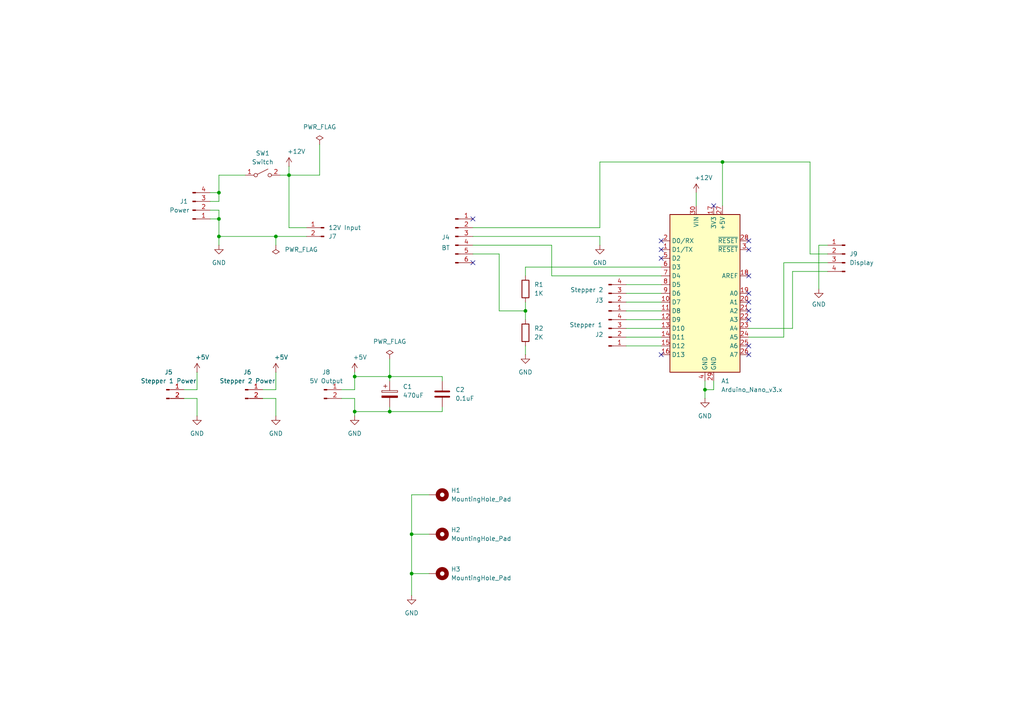
<source format=kicad_sch>
(kicad_sch (version 20250114) (generator "eeschema") (generator_version "9.0")
  (paper "A4")
  (title_block (title "Differential Pan Tilt Controller") (date "2025-10-31") (rev "1") (company "Minmin Gong"))
  (lib_symbols
    (symbol "Connector:Conn_01x02_Pin" (pin_names (offset 1.016) (hide yes))
      (property "Reference" "J" (at 0 2.54 0))
      (property "Value" "Conn_01x02_Pin" (at 0 -5.08 0))
      (symbol "Conn_01x02_Pin_1_1"
        (rectangle (start 0.8636 0.127) (end 0 -0.127) (stroke (width 0.1524)) (fill (type outline)))
        (rectangle (start 0.8636 -2.413) (end 0 -2.667) (stroke (width 0.1524)) (fill (type outline)))
        (polyline (pts (xy 1.27 0) (xy 0.8636 0)) (stroke (width 0.1524)))
        (polyline (pts (xy 1.27 -2.54) (xy 0.8636 -2.54)) (stroke (width 0.1524)))
        (pin passive line (at 5.08 0 180) (length 3.81) (name "Pin_1") (number "1"))
        (pin passive line (at 5.08 -2.54 180) (length 3.81) (name "Pin_2") (number "2"))
      )
    )
    (symbol "Connector:Conn_01x04_Pin" (pin_names (offset 1.016) (hide yes))
      (property "Reference" "J" (at 0 5.08 0))
      (property "Value" "Conn_01x04_Pin" (at 0 -7.62 0))
      (symbol "Conn_01x04_Pin_1_1"
        (rectangle (start 0.8636 2.667) (end 0 2.413) (stroke (width 0.1524)) (fill (type outline)))
        (rectangle (start 0.8636 0.127) (end 0 -0.127) (stroke (width 0.1524)) (fill (type outline)))
        (rectangle (start 0.8636 -2.413) (end 0 -2.667) (stroke (width 0.1524)) (fill (type outline)))
        (rectangle (start 0.8636 -4.953) (end 0 -5.207) (stroke (width 0.1524)) (fill (type outline)))
        (polyline (pts (xy 1.27 2.54) (xy 0.8636 2.54)) (stroke (width 0.1524)))
        (polyline (pts (xy 1.27 0) (xy 0.8636 0)) (stroke (width 0.1524)))
        (polyline (pts (xy 1.27 -2.54) (xy 0.8636 -2.54)) (stroke (width 0.1524)))
        (polyline (pts (xy 1.27 -5.08) (xy 0.8636 -5.08)) (stroke (width 0.1524)))
        (pin passive line (at 5.08 2.54 180) (length 3.81) (name "Pin_1") (number "1"))
        (pin passive line (at 5.08 0 180) (length 3.81) (name "Pin_2") (number "2"))
        (pin passive line (at 5.08 -2.54 180) (length 3.81) (name "Pin_3") (number "3"))
        (pin passive line (at 5.08 -5.08 180) (length 3.81) (name "Pin_4") (number "4"))
      )
    )
    (symbol "Connector:Conn_01x06_Pin" (pin_names (offset 1.016) (hide yes))
      (property "Reference" "J" (at 0 7.62 0))
      (property "Value" "Conn_01x06_Pin" (at 0 -10.16 0))
      (symbol "Conn_01x06_Pin_1_1"
        (rectangle (start 0.8636 5.207) (end 0 4.953) (stroke (width 0.1524)) (fill (type outline)))
        (rectangle (start 0.8636 2.667) (end 0 2.413) (stroke (width 0.1524)) (fill (type outline)))
        (rectangle (start 0.8636 0.127) (end 0 -0.127) (stroke (width 0.1524)) (fill (type outline)))
        (rectangle (start 0.8636 -2.413) (end 0 -2.667) (stroke (width 0.1524)) (fill (type outline)))
        (rectangle (start 0.8636 -4.953) (end 0 -5.207) (stroke (width 0.1524)) (fill (type outline)))
        (rectangle (start 0.8636 -7.493) (end 0 -7.747) (stroke (width 0.1524)) (fill (type outline)))
        (polyline (pts (xy 1.27 5.08) (xy 0.8636 5.08)) (stroke (width 0.1524)))
        (polyline (pts (xy 1.27 2.54) (xy 0.8636 2.54)) (stroke (width 0.1524)))
        (polyline (pts (xy 1.27 0) (xy 0.8636 0)) (stroke (width 0.1524)))
        (polyline (pts (xy 1.27 -2.54) (xy 0.8636 -2.54)) (stroke (width 0.1524)))
        (polyline (pts (xy 1.27 -5.08) (xy 0.8636 -5.08)) (stroke (width 0.1524)))
        (polyline (pts (xy 1.27 -7.62) (xy 0.8636 -7.62)) (stroke (width 0.1524)))
        (pin passive line (at 5.08 5.08 180) (length 3.81) (name "Pin_1") (number "1"))
        (pin passive line (at 5.08 2.54 180) (length 3.81) (name "Pin_2") (number "2"))
        (pin passive line (at 5.08 0 180) (length 3.81) (name "Pin_3") (number "3"))
        (pin passive line (at 5.08 -2.54 180) (length 3.81) (name "Pin_4") (number "4"))
        (pin passive line (at 5.08 -5.08 180) (length 3.81) (name "Pin_5") (number "5"))
        (pin passive line (at 5.08 -7.62 180) (length 3.81) (name "Pin_6") (number "6"))
      )
    )
    (symbol "Device:C" (pin_numbers (hide yes)) (pin_names (offset 0.254))
      (property "Reference" "C" (at 0.635 2.54 0))
      (property "Value" "C" (at 0.635 -2.54 0))
      (symbol "C_0_1"
        (polyline (pts (xy -2.032 0.762) (xy 2.032 0.762)) (stroke (width 0.508)))
        (polyline (pts (xy -2.032 -0.762) (xy 2.032 -0.762)) (stroke (width 0.508)))
      )
      (symbol "C_1_1"
        (pin passive line (at 0 3.81 270) (length 2.794) (name "~") (number "1"))
        (pin passive line (at 0 -3.81 90) (length 2.794) (name "~") (number "2"))
      )
    )
    (symbol "Device:C_Polarized" (pin_numbers (hide yes)) (pin_names (offset 0.254))
      (property "Reference" "C" (at 0.635 2.54 0))
      (property "Value" "C_Polarized" (at 0.635 -2.54 0))
      (symbol "C_Polarized_0_1"
        (rectangle (start -2.286 0.508) (end 2.286 1.016))
        (polyline (pts (xy -1.778 2.286) (xy -0.762 2.286)))
        (polyline (pts (xy -1.27 2.794) (xy -1.27 1.778)))
        (rectangle (start 2.286 -0.508) (end -2.286 -1.016) (fill (type outline)))
      )
      (symbol "C_Polarized_1_1"
        (pin passive line (at 0 3.81 270) (length 2.794) (name "~") (number "1"))
        (pin passive line (at 0 -3.81 90) (length 2.794) (name "~") (number "2"))
      )
    )
    (symbol "Device:R" (pin_numbers (hide yes)) (pin_names (offset 0))
      (property "Reference" "R" (at 2.032 0 90))
      (property "Value" "R" (at 0 0 90))
      (symbol "R_0_1"
        (rectangle (start -1.016 -2.54) (end 1.016 2.54) (stroke (width 0.254)))
      )
      (symbol "R_1_1"
        (pin passive line (at 0 3.81 270) (length 1.27) (name "~") (number "1"))
        (pin passive line (at 0 -3.81 90) (length 1.27) (name "~") (number "2"))
      )
    )
    (symbol "MCU_Module:Arduino_Nano_v3.x"
      (property "Reference" "A" (at -10.16 23.495 0))
      (property "Value" "Arduino_Nano_v3.x" (at 5.08 -24.13 0))
      (symbol "Arduino_Nano_v3.x_0_1"
        (rectangle (start -10.16 22.86) (end 10.16 -22.86) (stroke (width 0.254)) (fill (type background)))
      )
      (symbol "Arduino_Nano_v3.x_1_1"
        (pin bidirectional line (at -12.7 15.24 0) (length 2.54) (name "D0/RX") (number "2"))
        (pin bidirectional line (at -12.7 12.7 0) (length 2.54) (name "D1/TX") (number "1"))
        (pin bidirectional line (at -12.7 10.16 0) (length 2.54) (name "D2") (number "5"))
        (pin bidirectional line (at -12.7 7.62 0) (length 2.54) (name "D3") (number "6"))
        (pin bidirectional line (at -12.7 5.08 0) (length 2.54) (name "D4") (number "7"))
        (pin bidirectional line (at -12.7 2.54 0) (length 2.54) (name "D5") (number "8"))
        (pin bidirectional line (at -12.7 0 0) (length 2.54) (name "D6") (number "9"))
        (pin bidirectional line (at -12.7 -2.54 0) (length 2.54) (name "D7") (number "10"))
        (pin bidirectional line (at -12.7 -5.08 0) (length 2.54) (name "D8") (number "11"))
        (pin bidirectional line (at -12.7 -7.62 0) (length 2.54) (name "D9") (number "12"))
        (pin bidirectional line (at -12.7 -10.16 0) (length 2.54) (name "D10") (number "13"))
        (pin bidirectional line (at -12.7 -12.7 0) (length 2.54) (name "D11") (number "14"))
        (pin bidirectional line (at -12.7 -15.24 0) (length 2.54) (name "D12") (number "15"))
        (pin bidirectional line (at -12.7 -17.78 0) (length 2.54) (name "D13") (number "16"))
        (pin power_in line (at -2.54 25.4 270) (length 2.54) (name "VIN") (number "30"))
        (pin power_in line (at 0 -25.4 90) (length 2.54) (name "GND") (number "4"))
        (pin power_out line (at 2.54 25.4 270) (length 2.54) (name "3V3") (number "17"))
        (pin power_in line (at 2.54 -25.4 90) (length 2.54) (name "GND") (number "29"))
        (pin power_out line (at 5.08 25.4 270) (length 2.54) (name "+5V") (number "27"))
        (pin input line (at 12.7 15.24 180) (length 2.54) (name "~{RESET}") (number "28"))
        (pin input line (at 12.7 12.7 180) (length 2.54) (name "~{RESET}") (number "3"))
        (pin input line (at 12.7 5.08 180) (length 2.54) (name "AREF") (number "18"))
        (pin bidirectional line (at 12.7 0 180) (length 2.54) (name "A0") (number "19"))
        (pin bidirectional line (at 12.7 -2.54 180) (length 2.54) (name "A1") (number "20"))
        (pin bidirectional line (at 12.7 -5.08 180) (length 2.54) (name "A2") (number "21"))
        (pin bidirectional line (at 12.7 -7.62 180) (length 2.54) (name "A3") (number "22"))
        (pin bidirectional line (at 12.7 -10.16 180) (length 2.54) (name "A4") (number "23"))
        (pin bidirectional line (at 12.7 -12.7 180) (length 2.54) (name "A5") (number "24"))
        (pin bidirectional line (at 12.7 -15.24 180) (length 2.54) (name "A6") (number "25"))
        (pin bidirectional line (at 12.7 -17.78 180) (length 2.54) (name "A7") (number "26"))
      )
    )
    (symbol "Mechanical:MountingHole_Pad" (pin_numbers (hide yes)) (pin_names (offset 1.016) (hide yes)) (in_bom no)
      (property "Reference" "H" (at 0 6.35 0))
      (property "Value" "MountingHole_Pad" (at 0 4.445 0))
      (symbol "MountingHole_Pad_0_1"
        (circle (center 0 1.27) (radius 1.27) (stroke (width 1.27)))
      )
      (symbol "MountingHole_Pad_1_1"
        (pin input line (at 0 -2.54 90) (length 2.54) (name "1") (number "1"))
      )
    )
    (symbol "PWR_FLAG_1" (power) (pin_numbers (hide yes)) (pin_names (offset 0) (hide yes))
      (property "Value" "PWR_FLAG" (at 0 3.81 0))
      (symbol "PWR_FLAG_1_0_0"
        (pin power_out line (at 0 0 90) (length 0) (name "~") (number "1"))
      )
      (symbol "PWR_FLAG_1_0_1"
        (polyline (pts (xy 0 0) (xy 0 1.27) (xy -1.016 1.905) (xy 0 2.54) (xy 1.016 1.905) (xy 0 1.27)))
      )
    )
    (symbol "Switch:SW_SPST" (pin_names (offset 0) (hide yes))
      (property "Reference" "SW" (at 0 3.175 0))
      (property "Value" "SW_SPST" (at 0 -2.54 0))
      (symbol "SW_SPST_0_0"
        (circle (center -2.032 0) (radius 0.508))
        (polyline (pts (xy -1.524 0.254) (xy 1.524 1.778)))
        (circle (center 2.032 0) (radius 0.508))
      )
      (symbol "SW_SPST_1_1"
        (pin passive line (at -5.08 0 0) (length 2.54) (name "A") (number "1"))
        (pin passive line (at 5.08 0 180) (length 2.54) (name "B") (number "2"))
      )
    )
    (symbol "power:+12V" (power) (pin_numbers (hide yes)) (pin_names (offset 0) (hide yes))
      (property "Value" "+12V" (at 0 3.556 0))
      (symbol "+12V_0_1"
        (polyline (pts (xy -0.762 1.27) (xy 0 2.54)))
        (polyline (pts (xy 0 2.54) (xy 0.762 1.27)))
        (polyline (pts (xy 0 0) (xy 0 2.54)))
      )
      (symbol "+12V_1_1"
        (pin power_in line (at 0 0 90) (length 0) (name "~") (number "1"))
      )
    )
    (symbol "power:GND" (power) (pin_numbers (hide yes)) (pin_names (offset 0) (hide yes))
      (property "Value" "GND" (at 0 -3.81 0))
      (symbol "GND_0_1"
        (polyline (pts (xy 0 0) (xy 0 -1.27) (xy 1.27 -1.27) (xy 0 -2.54) (xy -1.27 -1.27) (xy 0 -1.27)))
      )
      (symbol "GND_1_1"
        (pin power_in line (at 0 0 270) (length 0) (name "~") (number "1"))
      )
    )
    (symbol "power:PWR_FLAG" (power) (pin_numbers (hide yes)) (pin_names (offset 0) (hide yes))
      (property "Value" "PWR_FLAG" (at 0 3.81 0))
      (symbol "PWR_FLAG_0_0"
        (pin power_out line (at 0 0 90) (length 0) (name "~") (number "1"))
      )
      (symbol "PWR_FLAG_0_1"
        (polyline (pts (xy 0 0) (xy 0 1.27) (xy -1.016 1.905) (xy 0 2.54) (xy 1.016 1.905) (xy 0 1.27)))
      )
    )
  )
  (junction (at 63.5 63.5))
  (junction (at 204.47 113.03))
  (junction (at 113.03 109.22))
  (junction (at 119.38 166.37))
  (junction (at 152.4 90.17))
  (junction (at 63.5 68.58))
  (junction (at 113.03 119.38))
  (junction (at 83.82 50.8))
  (junction (at 63.5 55.88))
  (junction (at 102.87 119.38))
  (junction (at 80.01 68.58))
  (junction (at 119.38 154.94))
  (junction (at 102.87 109.22))
  (junction (at 209.55 46.99))
  (no_connect (at 191.77 72.39))
  (no_connect (at 191.77 74.93))
  (no_connect (at 217.17 102.87))
  (no_connect (at 137.16 63.5))
  (no_connect (at 217.17 87.63))
  (no_connect (at 191.77 69.85))
  (no_connect (at 217.17 80.01))
  (no_connect (at 137.16 76.2))
  (no_connect (at 191.77 102.87))
  (no_connect (at 217.17 69.85))
  (no_connect (at 217.17 72.39))
  (no_connect (at 207.01 59.69))
  (no_connect (at 217.17 85.09))
  (no_connect (at 217.17 90.17))
  (no_connect (at 217.17 100.33))
  (no_connect (at 217.17 92.71))
  (wire (pts (xy 240.03 76.2) (xy 227.33 76.2)))
  (wire (pts (xy 102.87 109.22) (xy 113.03 109.22)))
  (wire (pts (xy 201.93 59.69) (xy 201.93 55.88)))
  (wire (pts (xy 209.55 46.99) (xy 209.55 59.69)))
  (wire (pts (xy 204.47 113.03) (xy 207.01 113.03)))
  (wire (pts (xy 83.82 48.26) (xy 83.82 50.8)))
  (wire (pts (xy 80.01 113.03) (xy 76.2 113.03)))
  (wire (pts (xy 152.4 90.17) (xy 152.4 92.71)))
  (wire (pts (xy 160.02 71.12) (xy 160.02 80.01)))
  (wire (pts (xy 181.61 97.79) (xy 191.77 97.79)))
  (wire (pts (xy 53.34 115.57) (xy 57.15 115.57)))
  (wire (pts (xy 119.38 154.94) (xy 124.46 154.94)))
  (wire (pts (xy 63.5 68.58) (xy 80.01 68.58)))
  (wire (pts (xy 181.61 87.63) (xy 191.77 87.63)))
  (wire (pts (xy 63.5 50.8) (xy 71.12 50.8)))
  (wire (pts (xy 63.5 60.96) (xy 63.5 63.5)))
  (wire (pts (xy 137.16 68.58) (xy 173.99 68.58)))
  (wire (pts (xy 63.5 63.5) (xy 63.5 68.58)))
  (wire (pts (xy 102.87 109.22) (xy 102.87 107.95)))
  (wire (pts (xy 207.01 110.49) (xy 207.01 113.03)))
  (wire (pts (xy 160.02 80.01) (xy 191.77 80.01)))
  (wire (pts (xy 80.01 107.95) (xy 80.01 113.03)))
  (wire (pts (xy 181.61 95.25) (xy 191.77 95.25)))
  (wire (pts (xy 60.96 55.88) (xy 63.5 55.88)))
  (wire (pts (xy 92.71 41.91) (xy 92.71 50.8)))
  (wire (pts (xy 181.61 90.17) (xy 191.77 90.17)))
  (wire (pts (xy 76.2 115.57) (xy 80.01 115.57)))
  (wire (pts (xy 234.95 46.99) (xy 209.55 46.99)))
  (wire (pts (xy 128.27 119.38) (xy 113.03 119.38)))
  (wire (pts (xy 80.01 68.58) (xy 88.9 68.58)))
  (wire (pts (xy 57.15 113.03) (xy 53.34 113.03)))
  (wire (pts (xy 234.95 46.99) (xy 234.95 73.66)))
  (wire (pts (xy 113.03 118.11) (xy 113.03 119.38)))
  (wire (pts (xy 113.03 110.49) (xy 113.03 109.22)))
  (wire (pts (xy 124.46 143.51) (xy 119.38 143.51)))
  (wire (pts (xy 152.4 100.33) (xy 152.4 102.87)))
  (wire (pts (xy 102.87 119.38) (xy 102.87 120.65)))
  (wire (pts (xy 217.17 97.79) (xy 227.33 97.79)))
  (wire (pts (xy 204.47 110.49) (xy 204.47 113.03)))
  (wire (pts (xy 119.38 166.37) (xy 119.38 172.72)))
  (wire (pts (xy 119.38 154.94) (xy 119.38 166.37)))
  (wire (pts (xy 63.5 68.58) (xy 63.5 71.12)))
  (wire (pts (xy 128.27 110.49) (xy 128.27 109.22)))
  (wire (pts (xy 119.38 143.51) (xy 119.38 154.94)))
  (wire (pts (xy 128.27 109.22) (xy 113.03 109.22)))
  (wire (pts (xy 152.4 77.47) (xy 191.77 77.47)))
  (wire (pts (xy 137.16 66.04) (xy 173.99 66.04)))
  (wire (pts (xy 63.5 50.8) (xy 63.5 55.88)))
  (wire (pts (xy 227.33 76.2) (xy 227.33 97.79)))
  (wire (pts (xy 57.15 115.57) (xy 57.15 120.65)))
  (wire (pts (xy 173.99 46.99) (xy 173.99 66.04)))
  (wire (pts (xy 99.06 113.03) (xy 102.87 113.03)))
  (wire (pts (xy 102.87 115.57) (xy 102.87 119.38)))
  (wire (pts (xy 60.96 63.5) (xy 63.5 63.5)))
  (wire (pts (xy 60.96 60.96) (xy 63.5 60.96)))
  (wire (pts (xy 240.03 71.12) (xy 237.49 71.12)))
  (wire (pts (xy 152.4 90.17) (xy 144.78 90.17)))
  (wire (pts (xy 102.87 113.03) (xy 102.87 109.22)))
  (wire (pts (xy 99.06 115.57) (xy 102.87 115.57)))
  (wire (pts (xy 240.03 73.66) (xy 234.95 73.66)))
  (wire (pts (xy 80.01 68.58) (xy 80.01 71.12)))
  (wire (pts (xy 80.01 115.57) (xy 80.01 120.65)))
  (wire (pts (xy 83.82 66.04) (xy 88.9 66.04)))
  (wire (pts (xy 81.28 50.8) (xy 83.82 50.8)))
  (wire (pts (xy 229.87 78.74) (xy 240.03 78.74)))
  (wire (pts (xy 181.61 92.71) (xy 191.77 92.71)))
  (wire (pts (xy 128.27 118.11) (xy 128.27 119.38)))
  (wire (pts (xy 119.38 166.37) (xy 124.46 166.37)))
  (wire (pts (xy 60.96 58.42) (xy 63.5 58.42)))
  (wire (pts (xy 144.78 90.17) (xy 144.78 73.66)))
  (wire (pts (xy 181.61 85.09) (xy 191.77 85.09)))
  (wire (pts (xy 152.4 87.63) (xy 152.4 90.17)))
  (wire (pts (xy 181.61 82.55) (xy 191.77 82.55)))
  (wire (pts (xy 137.16 73.66) (xy 144.78 73.66)))
  (wire (pts (xy 113.03 119.38) (xy 102.87 119.38)))
  (wire (pts (xy 83.82 50.8) (xy 92.71 50.8)))
  (wire (pts (xy 204.47 113.03) (xy 204.47 115.57)))
  (wire (pts (xy 217.17 95.25) (xy 229.87 95.25)))
  (wire (pts (xy 229.87 78.74) (xy 229.87 95.25)))
  (wire (pts (xy 173.99 46.99) (xy 209.55 46.99)))
  (wire (pts (xy 57.15 107.95) (xy 57.15 113.03)))
  (wire (pts (xy 152.4 77.47) (xy 152.4 80.01)))
  (wire (pts (xy 181.61 100.33) (xy 191.77 100.33)))
  (wire (pts (xy 237.49 71.12) (xy 237.49 83.82)))
  (wire (pts (xy 173.99 68.58) (xy 173.99 71.12)))
  (wire (pts (xy 113.03 104.14) (xy 113.03 109.22)))
  (wire (pts (xy 83.82 50.8) (xy 83.82 66.04)))
  (wire (pts (xy 63.5 55.88) (xy 63.5 58.42)))
  (wire (pts (xy 137.16 71.12) (xy 160.02 71.12)))
  (symbol (lib_id "Connector:Conn_01x06_Pin") (at 132.08 68.58 0) (unit 1)
    (property "Reference" "J4" (at 129.286 68.834 0))
    (property "Value" "BT" (at 129.286 71.882 0))
    (property "Footprint" "Connector_PinHeader_2.54mm:PinHeader_1x06_P2.54mm_Vertical" (effects (hide yes)))
    (property "Description" "Generic connector, single row, 01x06, script generated" (effects (hide yes)))
  )
  (symbol (lib_name "PWR_FLAG_1") (lib_id "power:PWR_FLAG") (at 113.03 104.14 0) (unit 1)
    (property "Reference" "#FLG03" (effects (hide yes)))
    (property "Value" "PWR_FLAG" (at 113.03 99.06 0))
    (property "Description" "Special symbol for telling ERC where power comes from" (effects (hide yes)))
  )
  (symbol (lib_id "Device:R") (at 152.4 83.82 0) (unit 1)
    (property "Reference" "R1" (at 154.94 82.5499 0) (effects (justify left)))
    (property "Value" "1K" (at 154.94 85.0899 0) (effects (justify left)))
    (property "Footprint" "Resistor_THT:R_Axial_DIN0207_L6.3mm_D2.5mm_P7.62mm_Horizontal" (effects (hide yes)))
    (property "Description" "Resistor" (effects (hide yes)))
  )
  (symbol (lib_id "power:+12V") (at 201.93 55.88 0) (unit 1)
    (property "Reference" "#PWR014" (effects (hide yes)))
    (property "Value" "+12V" (at 201.422 51.562 0) (effects (justify left)))
    (property "Description" "Power symbol creates a global label with name \"+12V\"" (effects (hide yes)))
  )
  (symbol (lib_id "power:GND") (at 204.47 115.57 0) (mirror y) (unit 1)
    (property "Reference" "#PWR04" (effects (hide yes)))
    (property "Value" "GND" (at 204.47 120.65 0))
    (property "Description" "Power symbol creates a global label with name \"GND\" , ground" (effects (hide yes)))
  )
  (symbol (lib_id "Connector:Conn_01x04_Pin") (at 176.53 87.63 0) (mirror x) (unit 1)
    (property "Reference" "J3" (at 175.006 87.122 0) (effects (justify right)))
    (property "Value" "Stepper 2" (at 175.006 84.074 0) (effects (justify right)))
    (property "Footprint" "Connector_PinHeader_2.54mm:PinHeader_1x04_P2.54mm_Vertical" (effects (hide yes)))
    (property "Description" "Generic connector, single row, 01x04, script generated" (effects (hide yes)))
  )
  (symbol (lib_id "Connector:Conn_01x04_Pin") (at 55.88 60.96 0) (mirror x) (unit 1)
    (property "Reference" "J1" (at 53.34 58.42 0))
    (property "Value" "Power" (at 52.07 60.96 0))
    (property "Footprint" "Connector_PinHeader_2.54mm:PinHeader_1x04_P2.54mm_Vertical" (effects (hide yes)))
    (property "Description" "Generic connector, single row, 01x04, script generated" (effects (hide yes)))
  )
  (symbol (lib_id "MCU_Module:Arduino_Nano_v3.x") (at 204.47 85.09 0) (unit 1)
    (property "Reference" "A1" (at 209.1533 110.49 0) (effects (justify left)))
    (property "Value" "Arduino_Nano_v3.x" (at 209.1533 113.03 0) (effects (justify left)))
    (property "Footprint" "Module:Arduino_Nano" (effects (hide yes)))
    (property "Datasheet" "http://www.mouser.com/pdfdocs/Gravitech_Arduino_Nano3_0.pdf" (effects (hide yes)))
    (property "Description" "Arduino Nano v3.x" (effects (hide yes)))
  )
  (symbol (lib_id "power:+12V") (at 83.82 48.26 0) (unit 1)
    (property "Reference" "#PWR02" (effects (hide yes)))
    (property "Value" "+12V" (at 83.312 43.942 0) (effects (justify left)))
    (property "Description" "Power symbol creates a global label with name \"+12V\"" (effects (hide yes)))
  )
  (symbol (lib_id "Mechanical:MountingHole_Pad") (at 127 154.94 270) (unit 1) (in_bom no)
    (property "Reference" "H2" (at 130.81 153.6699 90) (effects (justify left)))
    (property "Value" "MountingHole_Pad" (at 130.81 156.2099 90) (effects (justify left)))
    (property "Footprint" "MountingHole:MountingHole_2.2mm_M2_Pad_Via" (effects (hide yes)))
    (property "Description" "Mounting Hole with connection" (effects (hide yes)))
  )
  (symbol (lib_name "PWR_FLAG_1") (lib_id "power:PWR_FLAG") (at 92.71 41.91 0) (unit 1)
    (property "Reference" "#FLG02" (effects (hide yes)))
    (property "Value" "PWR_FLAG" (at 92.71 36.83 0))
    (property "Description" "Special symbol for telling ERC where power comes from" (effects (hide yes)))
  )
  (symbol (lib_id "power:+12V") (at 80.01 107.95 0) (unit 1)
    (property "Reference" "#PWR05" (effects (hide yes)))
    (property "Value" "+5V" (at 79.502 103.632 0) (effects (justify left)))
    (property "Description" "Power symbol creates a global label with name \"+12V\"" (effects (hide yes)))
  )
  (symbol (lib_id "Connector:Conn_01x02_Pin") (at 93.98 113.03 0) (unit 1)
    (property "Reference" "J8" (at 94.615 107.95 0))
    (property "Value" "5V Output" (at 94.615 110.49 0))
    (property "Footprint" "Connector_PinHeader_2.54mm:PinHeader_1x02_P2.54mm_Vertical" (effects (hide yes)))
    (property "Description" "Generic connector, single row, 01x02, script generated" (effects (hide yes)))
  )
  (symbol (lib_id "power:PWR_FLAG") (at 80.01 71.12 180) (unit 1)
    (property "Reference" "#FLG01" (effects (hide yes)))
    (property "Value" "PWR_FLAG" (at 82.55 72.3899 0) (effects (justify right)))
    (property "Description" "Special symbol for telling ERC where power comes from" (effects (hide yes)))
  )
  (symbol (lib_id "Connector:Conn_01x04_Pin") (at 176.53 97.79 0) (mirror x) (unit 1)
    (property "Reference" "J2" (at 175.006 97.028 0) (effects (justify right)))
    (property "Value" "Stepper 1" (at 174.752 94.234 0) (effects (justify right)))
    (property "Footprint" "Connector_PinHeader_2.54mm:PinHeader_1x04_P2.54mm_Vertical" (effects (hide yes)))
    (property "Description" "Generic connector, single row, 01x04, script generated" (effects (hide yes)))
  )
  (symbol (lib_id "power:+12V") (at 57.15 107.95 0) (unit 1)
    (property "Reference" "#PWR07" (effects (hide yes)))
    (property "Value" "+5V" (at 56.642 103.632 0) (effects (justify left)))
    (property "Description" "Power symbol creates a global label with name \"+12V\"" (effects (hide yes)))
  )
  (symbol (lib_id "Device:R") (at 152.4 96.52 0) (unit 1)
    (property "Reference" "R2" (at 154.94 95.2499 0) (effects (justify left)))
    (property "Value" "2K" (at 154.94 97.7899 0) (effects (justify left)))
    (property "Footprint" "Resistor_THT:R_Axial_DIN0207_L6.3mm_D2.5mm_P7.62mm_Horizontal" (effects (hide yes)))
    (property "Description" "Resistor" (effects (hide yes)))
  )
  (symbol (lib_id "power:GND") (at 152.4 102.87 0) (mirror y) (unit 1)
    (property "Reference" "#PWR09" (effects (hide yes)))
    (property "Value" "GND" (at 152.4 107.95 0))
    (property "Description" "Power symbol creates a global label with name \"GND\" , ground" (effects (hide yes)))
  )
  (symbol (lib_id "Switch:SW_SPST") (at 76.2 50.8 0) (unit 1)
    (property "Reference" "SW1" (at 76.2 44.45 0))
    (property "Value" "Switch" (at 76.2 46.99 0))
    (property "Footprint" "Connector_PinHeader_2.54mm:PinHeader_1x02_P2.54mm_Vertical" (effects (hide yes)))
    (property "Description" "Single Pole Single Throw (SPST) switch" (effects (hide yes)))
  )
  (symbol (lib_id "Connector:Conn_01x02_Pin") (at 71.12 113.03 0) (unit 1)
    (property "Reference" "J6" (at 71.755 107.95 0))
    (property "Value" "Stepper 2 Power" (at 71.755 110.49 0))
    (property "Footprint" "Connector_PinHeader_2.54mm:PinHeader_1x02_P2.54mm_Vertical" (effects (hide yes)))
    (property "Description" "Generic connector, single row, 01x02, script generated" (effects (hide yes)))
  )
  (symbol (lib_id "power:GND") (at 173.99 71.12 0) (mirror y) (unit 1)
    (property "Reference" "#PWR06" (effects (hide yes)))
    (property "Value" "GND" (at 173.99 76.2 0))
    (property "Description" "Power symbol creates a global label with name \"GND\" , ground" (effects (hide yes)))
  )
  (symbol (lib_id "Mechanical:MountingHole_Pad") (at 127 166.37 270) (unit 1) (in_bom no)
    (property "Reference" "H3" (at 130.81 165.0999 90) (effects (justify left)))
    (property "Value" "MountingHole_Pad" (at 130.81 167.6399 90) (effects (justify left)))
    (property "Footprint" "MountingHole:MountingHole_2.2mm_M2_Pad_Via" (effects (hide yes)))
    (property "Description" "Mounting Hole with connection" (effects (hide yes)))
  )
  (symbol (lib_id "power:GND") (at 57.15 120.65 0) (mirror y) (unit 1)
    (property "Reference" "#PWR08" (effects (hide yes)))
    (property "Value" "GND" (at 57.15 125.73 0))
    (property "Description" "Power symbol creates a global label with name \"GND\" , ground" (effects (hide yes)))
  )
  (symbol (lib_id "power:GND") (at 63.5 71.12 0) (mirror y) (unit 1)
    (property "Reference" "#PWR01" (effects (hide yes)))
    (property "Value" "GND" (at 63.5 76.2 0))
    (property "Description" "Power symbol creates a global label with name \"GND\" , ground" (effects (hide yes)))
  )
  (symbol (lib_id "power:+12V") (at 102.87 107.95 0) (unit 1)
    (property "Reference" "#PWR010" (effects (hide yes)))
    (property "Value" "+5V" (at 102.362 103.632 0) (effects (justify left)))
    (property "Description" "Power symbol creates a global label with name \"+12V\"" (effects (hide yes)))
  )
  (symbol (lib_id "power:GND") (at 237.49 83.82 0) (unit 1)
    (property "Reference" "#PWR0105" (effects (hide yes)))
    (property "Value" "GND" (at 237.49 88.2634 0))
    (property "Description" "Power symbol creates a global label with name \"GND\" , ground" (effects (hide yes)))
  )
  (symbol (lib_id "power:GND") (at 119.38 172.72 0) (mirror y) (unit 1)
    (property "Reference" "#PWR03" (effects (hide yes)))
    (property "Value" "GND" (at 119.38 177.8 0))
    (property "Description" "Power symbol creates a global label with name \"GND\" , ground" (effects (hide yes)))
  )
  (symbol (lib_id "Device:C_Polarized") (at 113.03 114.3 0) (unit 1)
    (property "Reference" "C1" (at 116.84 112.1409 0) (effects (justify left)))
    (property "Value" "470uF" (at 116.84 114.6809 0) (effects (justify left)))
    (property "Footprint" "Capacitor_THT:CP_Radial_D12.5mm_P5.00mm" (effects (hide yes)))
    (property "Description" "Polarized capacitor" (effects (hide yes)))
  )
  (symbol (lib_id "Connector:Conn_01x04_Pin") (at 245.11 73.66 0) (mirror y) (unit 1)
    (property "Reference" "J9" (at 246.38 73.6599 0) (effects (justify right)))
    (property "Value" "Display" (at 246.38 76.1999 0) (effects (justify right)))
    (property "Footprint" "Connector_PinHeader_2.54mm:PinHeader_1x04_P2.54mm_Vertical" (effects (hide yes)))
    (property "Description" "Generic connector, single row, 01x04, script generated" (effects (hide yes)))
  )
  (symbol (lib_id "Device:C") (at 128.27 114.3 0) (unit 1)
    (property "Reference" "C2" (at 132.08 113.0299 0) (effects (justify left)))
    (property "Value" "0.1uF" (at 132.08 115.5699 0) (effects (justify left)))
    (property "Footprint" "Capacitor_THT:C_Rect_L4.6mm_W3.8mm_P2.50mm_MKS02_FKP02" (effects (hide yes)))
    (property "Description" "Unpolarized capacitor" (effects (hide yes)))
  )
  (symbol (lib_id "Mechanical:MountingHole_Pad") (at 127 143.51 270) (unit 1) (in_bom no)
    (property "Reference" "H1" (at 130.81 142.2399 90) (effects (justify left)))
    (property "Value" "MountingHole_Pad" (at 130.81 144.7799 90) (effects (justify left)))
    (property "Footprint" "MountingHole:MountingHole_2.2mm_M2_Pad_Via" (effects (hide yes)))
    (property "Description" "Mounting Hole with connection" (effects (hide yes)))
  )
  (symbol (lib_id "power:GND") (at 102.87 120.65 0) (mirror y) (unit 1)
    (property "Reference" "#PWR013" (effects (hide yes)))
    (property "Value" "GND" (at 102.87 125.73 0))
    (property "Description" "Power symbol creates a global label with name \"GND\" , ground" (effects (hide yes)))
  )
  (symbol (lib_id "power:GND") (at 80.01 120.65 0) (mirror y) (unit 1)
    (property "Reference" "#PWR012" (effects (hide yes)))
    (property "Value" "GND" (at 80.01 125.73 0))
    (property "Description" "Power symbol creates a global label with name \"GND\" , ground" (effects (hide yes)))
  )
  (symbol (lib_id "Connector:Conn_01x02_Pin") (at 93.98 66.04 0) (mirror y) (unit 1)
    (property "Reference" "J7" (at 95.25 68.5801 0) (effects (justify right)))
    (property "Value" "12V Input" (at 95.25 66.0401 0) (effects (justify right)))
    (property "Footprint" "Connector_PinHeader_2.54mm:PinHeader_1x02_P2.54mm_Vertical" (effects (hide yes)))
    (property "Description" "Generic connector, single row, 01x02, script generated" (effects (hide yes)))
  )
  (symbol (lib_id "Connector:Conn_01x02_Pin") (at 48.26 113.03 0) (unit 1)
    (property "Reference" "J5" (at 48.895 107.95 0))
    (property "Value" "Stepper 1 Power" (at 48.895 110.49 0))
    (property "Footprint" "Connector_PinHeader_2.54mm:PinHeader_1x02_P2.54mm_Vertical" (effects (hide yes)))
    (property "Description" "Generic connector, single row, 01x02, script generated" (effects (hide yes)))
  )
)
</source>
